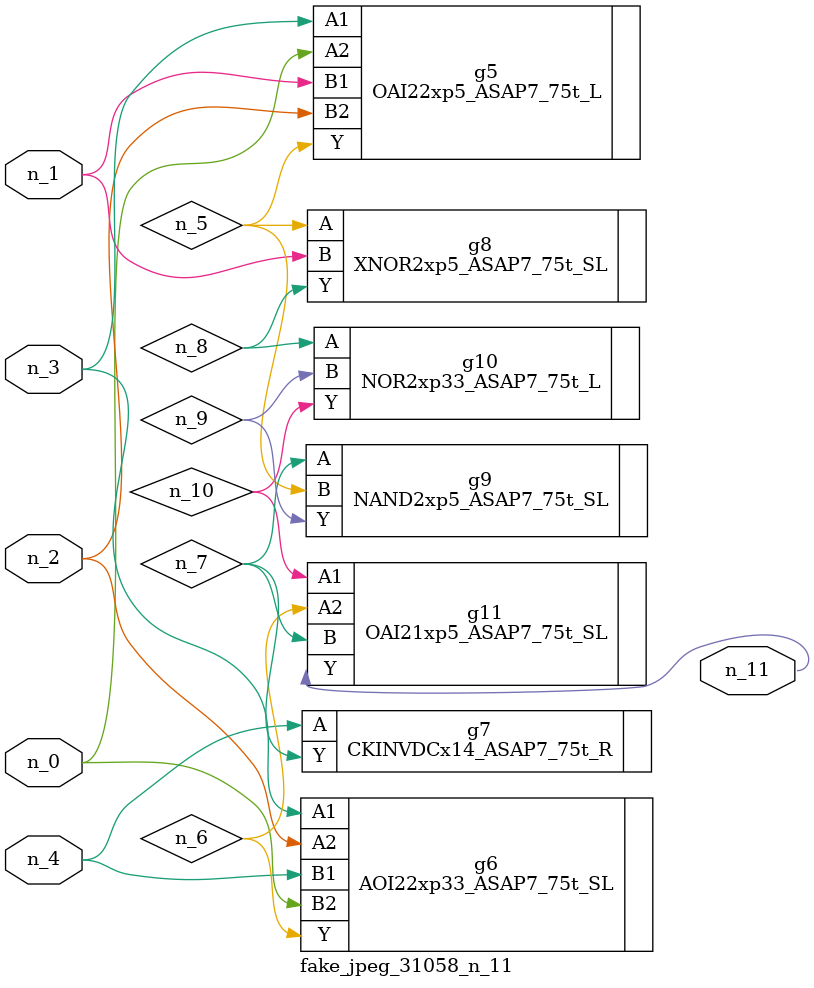
<source format=v>
module fake_jpeg_31058_n_11 (n_3, n_2, n_1, n_0, n_4, n_11);

input n_3;
input n_2;
input n_1;
input n_0;
input n_4;

output n_11;

wire n_10;
wire n_8;
wire n_9;
wire n_6;
wire n_5;
wire n_7;

OAI22xp5_ASAP7_75t_L g5 ( 
.A1(n_3),
.A2(n_0),
.B1(n_1),
.B2(n_2),
.Y(n_5)
);

AOI22xp33_ASAP7_75t_SL g6 ( 
.A1(n_3),
.A2(n_2),
.B1(n_4),
.B2(n_0),
.Y(n_6)
);

CKINVDCx14_ASAP7_75t_R g7 ( 
.A(n_4),
.Y(n_7)
);

XNOR2xp5_ASAP7_75t_SL g8 ( 
.A(n_5),
.B(n_1),
.Y(n_8)
);

NOR2xp33_ASAP7_75t_L g10 ( 
.A(n_8),
.B(n_9),
.Y(n_10)
);

NAND2xp5_ASAP7_75t_SL g9 ( 
.A(n_7),
.B(n_5),
.Y(n_9)
);

OAI21xp5_ASAP7_75t_SL g11 ( 
.A1(n_10),
.A2(n_6),
.B(n_7),
.Y(n_11)
);


endmodule
</source>
